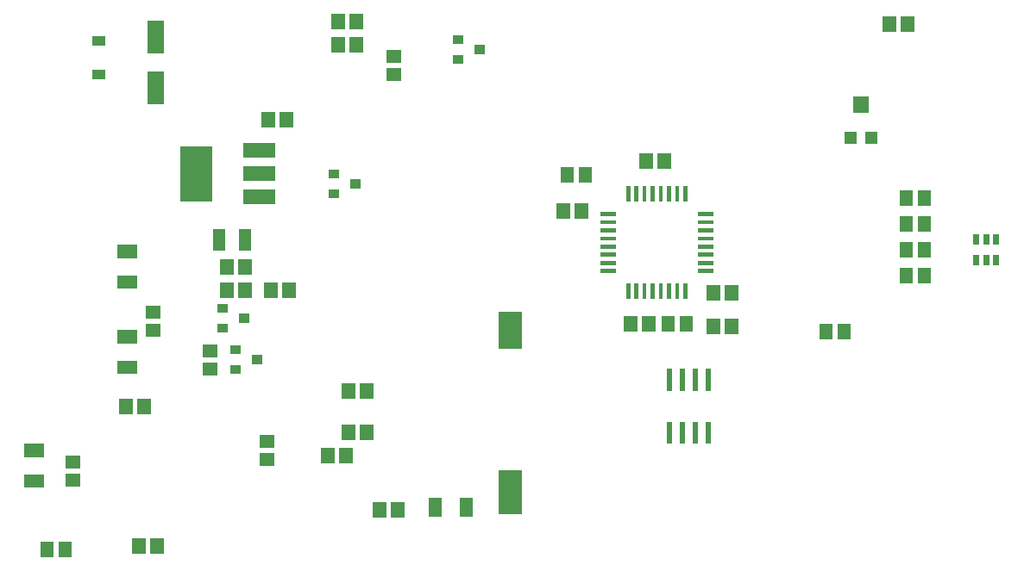
<source format=gbr>
G04 start of page 8 for group -4015 idx -4015 *
G04 Title: (unknown), toppaste *
G04 Creator: pcb 20110918 *
G04 CreationDate: Sun 03 Feb 2013 12:35:54 AM GMT UTC *
G04 For: petersen *
G04 Format: Gerber/RS-274X *
G04 PCB-Dimensions: 400000 250000 *
G04 PCB-Coordinate-Origin: lower left *
%MOIN*%
%FSLAX25Y25*%
%LNTOPPASTE*%
%ADD138R,0.0490X0.0490*%
%ADD137R,0.0240X0.0240*%
%ADD136R,0.0470X0.0470*%
%ADD135R,0.0920X0.0920*%
%ADD134R,0.0200X0.0200*%
%ADD133R,0.0157X0.0157*%
%ADD132R,0.1220X0.1220*%
%ADD131R,0.0560X0.0560*%
%ADD130R,0.0340X0.0340*%
%ADD129R,0.0360X0.0360*%
%ADD128R,0.0630X0.0630*%
%ADD127R,0.0512X0.0512*%
G54D127*X88457Y140393D02*Y139607D01*
X95543Y140393D02*Y139607D01*
X48819Y154905D02*X51181D01*
X48819Y143095D02*X51181D01*
X48819Y121905D02*X51181D01*
X48819Y110095D02*X51181D01*
X56543Y95393D02*Y94607D01*
X49457Y95393D02*Y94607D01*
X138543Y244393D02*Y243607D01*
X131457Y244393D02*Y243607D01*
X225543Y170893D02*Y170107D01*
X218457Y170893D02*Y170107D01*
X219957Y184893D02*Y184107D01*
X227043Y184893D02*Y184107D01*
X111543Y206393D02*Y205607D01*
X104457Y206393D02*Y205607D01*
X12819Y66095D02*X15181D01*
X12819Y77905D02*X15181D01*
X28607Y73543D02*X29393D01*
X28607Y66457D02*X29393D01*
X283543Y139393D02*Y138607D01*
X276457Y139393D02*Y138607D01*
X283543Y126393D02*Y125607D01*
X276457Y126393D02*Y125607D01*
X251543Y127393D02*Y126607D01*
X244457Y127393D02*Y126607D01*
X266043Y127393D02*Y126607D01*
X258957Y127393D02*Y126607D01*
X344457Y243393D02*Y242607D01*
X351543Y243393D02*Y242607D01*
X169095Y57181D02*Y54819D01*
X180905Y57181D02*Y54819D01*
X142543Y85393D02*Y84607D01*
X135457Y85393D02*Y84607D01*
G54D128*X61000Y240992D02*Y234693D01*
Y221307D02*Y215008D01*
G54D129*X38400Y236400D02*X39600D01*
X38400Y223500D02*X39600D01*
G54D130*X177700Y237000D02*X178300D01*
X177700Y229200D02*X178300D01*
X185900Y233100D02*X186500D01*
G54D131*X97700Y176000D02*X104300D01*
X97700Y185000D02*X104300D01*
X97700Y194100D02*X104300D01*
G54D132*X76600Y189500D02*Y180500D01*
G54D127*X131457Y235393D02*Y234607D01*
X138543Y235393D02*Y234607D01*
X88457Y149393D02*Y148607D01*
X95543Y149393D02*Y148607D01*
G54D130*X86700Y133000D02*X87300D01*
X86700Y125200D02*X87300D01*
X94900Y129100D02*X95500D01*
G54D127*X59607Y131543D02*X60393D01*
X59607Y124457D02*X60393D01*
X81607Y116543D02*X82393D01*
X81607Y109457D02*X82393D01*
G54D130*X91700Y117000D02*X92300D01*
X91700Y109200D02*X92300D01*
X99900Y113100D02*X100500D01*
G54D127*X112543Y140393D02*Y139607D01*
X105457Y140393D02*Y139607D01*
X154543Y55393D02*Y54607D01*
X147457Y55393D02*Y54607D01*
X135457Y101393D02*Y100607D01*
X142543Y101393D02*Y100607D01*
X103607Y81543D02*X104393D01*
X103607Y74457D02*X104393D01*
G54D133*X243577Y141834D02*Y137408D01*
X246726Y141834D02*Y137408D01*
X249876Y141834D02*Y137408D01*
X253025Y141834D02*Y137408D01*
X256175Y141834D02*Y137408D01*
X259325Y141834D02*Y137408D01*
X262474Y141834D02*Y137408D01*
X265624Y141834D02*Y137408D01*
X271166Y147377D02*X275592D01*
X271166Y150526D02*X275592D01*
X271166Y153676D02*X275592D01*
X271166Y156825D02*X275592D01*
X271166Y159975D02*X275592D01*
X271166Y163125D02*X275592D01*
X271166Y166274D02*X275592D01*
X271166Y169424D02*X275592D01*
X265623Y179392D02*Y174966D01*
X262474Y179392D02*Y174966D01*
X259324Y179392D02*Y174966D01*
X256175Y179392D02*Y174966D01*
X253025Y179392D02*Y174966D01*
X249875Y179392D02*Y174966D01*
X246726Y179392D02*Y174966D01*
X243576Y179392D02*Y174966D01*
X233608Y169423D02*X238034D01*
X233608Y166274D02*X238034D01*
X233608Y163124D02*X238034D01*
X233608Y159975D02*X238034D01*
X233608Y156825D02*X238034D01*
X233608Y153675D02*X238034D01*
X233608Y150526D02*X238034D01*
X233608Y147376D02*X238034D01*
G54D130*X129700Y185000D02*X130300D01*
X129700Y177200D02*X130300D01*
X137900Y181100D02*X138500D01*
G54D127*X152607Y223457D02*X153393D01*
X152607Y230543D02*X153393D01*
X257543Y190393D02*Y189607D01*
X250457Y190393D02*Y189607D01*
X350957Y175893D02*Y175107D01*
X358043Y175893D02*Y175107D01*
X350957Y165893D02*Y165107D01*
X358043Y165893D02*Y165107D01*
X350957Y155893D02*Y155107D01*
X358043Y155893D02*Y155107D01*
X350957Y145893D02*Y145107D01*
X358043Y145893D02*Y145107D01*
G54D134*X274500Y108500D02*Y102000D01*
X269500Y108500D02*Y102000D01*
X264500Y108500D02*Y102000D01*
X259500Y108500D02*Y102000D01*
Y88000D02*Y81500D01*
X264500Y88000D02*Y81500D01*
X269500Y88000D02*Y81500D01*
X274500Y88000D02*Y81500D01*
G54D127*X327043Y124393D02*Y123607D01*
X319957Y124393D02*Y123607D01*
X134543Y76393D02*Y75607D01*
X127457Y76393D02*Y75607D01*
G54D135*X198000Y65845D02*Y58045D01*
Y126977D02*Y121738D01*
G54D127*X61543Y41393D02*Y40607D01*
X54457Y41393D02*Y40607D01*
G54D136*X329599Y198950D02*X329600D01*
X337400D02*X337401D01*
G54D128*X333500Y211750D02*X333501D01*
G54D127*X26043Y39893D02*Y39107D01*
X18957Y39893D02*Y39107D01*
G54D137*X378000Y152300D02*Y150700D01*
X381900Y152300D02*Y150700D01*
X385800Y152300D02*Y150700D01*
Y160500D02*Y158900D01*
X381900Y160500D02*Y158900D01*
X378000Y160500D02*Y158900D01*
G54D138*X85500Y161300D02*Y157700D01*
X95500Y161300D02*Y157700D01*
M02*

</source>
